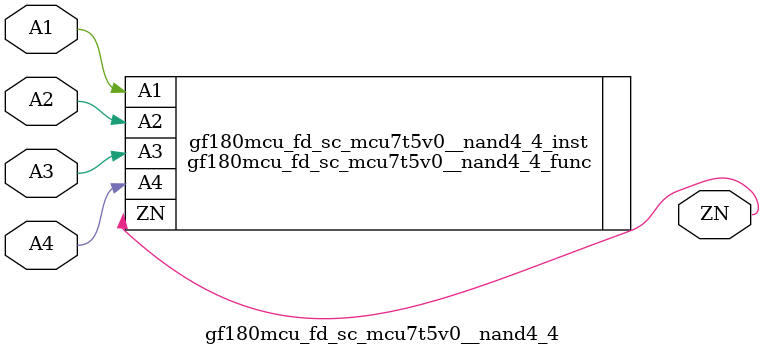
<source format=v>

module gf180mcu_fd_sc_mcu7t5v0__nand4_4( A3, ZN, A4, A1, A2 );
input A1, A2, A3, A4;
output ZN;

   `ifdef FUNCTIONAL  //  functional //

	gf180mcu_fd_sc_mcu7t5v0__nand4_4_func gf180mcu_fd_sc_mcu7t5v0__nand4_4_behav_inst(.A3(A3),.ZN(ZN),.A4(A4),.A1(A1),.A2(A2));

   `else

	gf180mcu_fd_sc_mcu7t5v0__nand4_4_func gf180mcu_fd_sc_mcu7t5v0__nand4_4_inst(.A3(A3),.ZN(ZN),.A4(A4),.A1(A1),.A2(A2));

	// spec_gates_begin


	// spec_gates_end



   specify

	// specify_block_begin

	// comb arc A1 --> ZN
	 (A1 => ZN) = (1.0,1.0);

	// comb arc A2 --> ZN
	 (A2 => ZN) = (1.0,1.0);

	// comb arc A3 --> ZN
	 (A3 => ZN) = (1.0,1.0);

	// comb arc A4 --> ZN
	 (A4 => ZN) = (1.0,1.0);

	// specify_block_end

   endspecify

   `endif

endmodule

</source>
